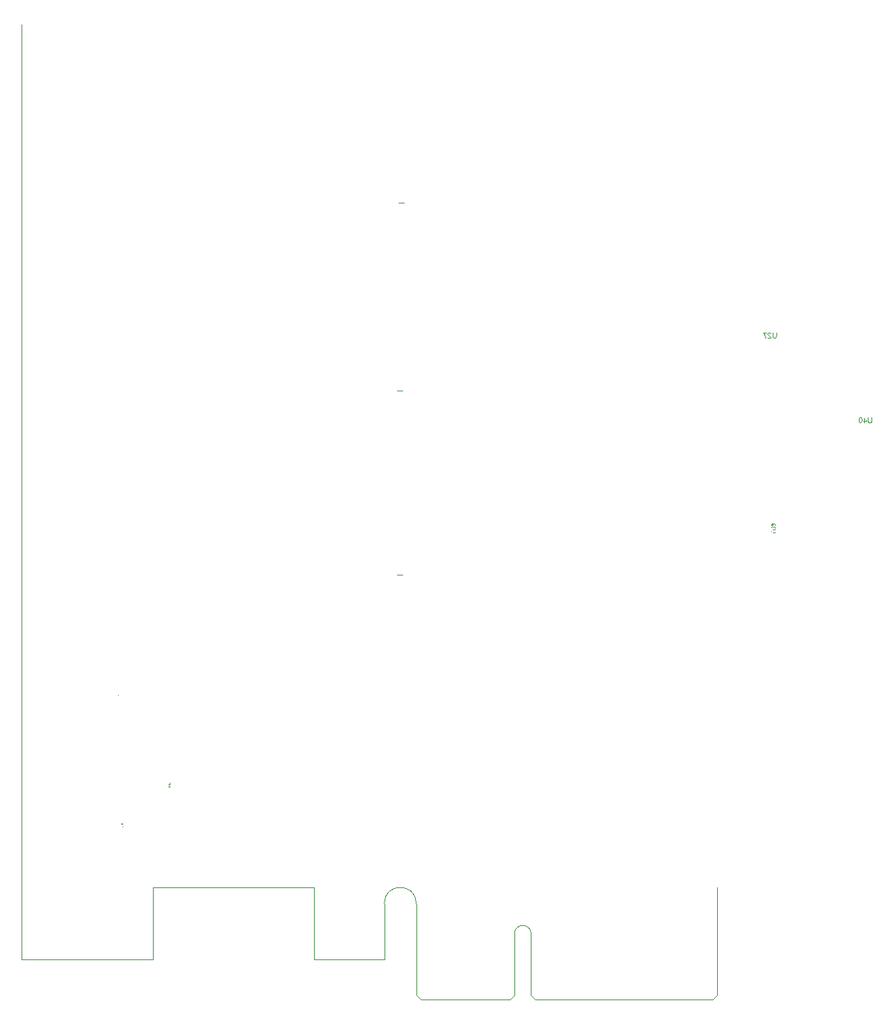
<source format=gbr>
G04*
G04 #@! TF.GenerationSoftware,Altium Limited,Altium Designer,23.7.1 (13)*
G04*
G04 Layer_Color=16711935*
%FSLAX25Y25*%
%MOIN*%
G70*
G04*
G04 #@! TF.SameCoordinates,27D51526-8311-448D-B6E4-34D2AC34C314*
G04*
G04*
G04 #@! TF.FilePolarity,Positive*
G04*
G01*
G75*
%ADD16C,0.00394*%
%ADD352R,0.02539X0.00000*%
G36*
X16773Y-336422D02*
X16784Y-336423D01*
X16797Y-336425D01*
X16811Y-336428D01*
X16827Y-336432D01*
X16860Y-336442D01*
X16879Y-336449D01*
X16897Y-336460D01*
X16916Y-336470D01*
X16933Y-336481D01*
X16950Y-336496D01*
X16968Y-336512D01*
X16969Y-336513D01*
X16972Y-336516D01*
X16976Y-336521D01*
X16981Y-336528D01*
X16988Y-336538D01*
X16995Y-336548D01*
X17003Y-336561D01*
X17011Y-336576D01*
X17020Y-336592D01*
X17027Y-336610D01*
X17034Y-336631D01*
X17042Y-336651D01*
X17046Y-336674D01*
X17051Y-336699D01*
X17053Y-336723D01*
X17055Y-336751D01*
Y-336766D01*
X17053Y-336776D01*
X17052Y-336789D01*
X17051Y-336803D01*
X17048Y-336819D01*
X17043Y-336837D01*
X17033Y-336876D01*
X17026Y-336896D01*
X17018Y-336915D01*
X17008Y-336935D01*
X16997Y-336955D01*
X16984Y-336974D01*
X16968Y-336992D01*
X16966Y-336993D01*
X16963Y-336996D01*
X16959Y-337000D01*
X16952Y-337006D01*
X16943Y-337012D01*
X16933Y-337021D01*
X16921Y-337028D01*
X16907Y-337037D01*
X16892Y-337045D01*
X16875Y-337053D01*
X16839Y-337067D01*
X16817Y-337073D01*
X16795Y-337077D01*
X16772Y-337080D01*
X16749Y-337082D01*
X16747D01*
X16745D01*
X16739D01*
X16733Y-337080D01*
X16724D01*
X16714Y-337079D01*
X16691Y-337076D01*
X16665Y-337070D01*
X16639Y-337061D01*
X16611Y-337048D01*
X16585Y-337032D01*
X16583D01*
X16582Y-337029D01*
X16575Y-337024D01*
X16563Y-337012D01*
X16549Y-336996D01*
X16534Y-336976D01*
X16518Y-336951D01*
X16505Y-336924D01*
X16495Y-336890D01*
Y-336892D01*
X16494Y-336893D01*
X16492Y-336897D01*
X16489Y-336903D01*
X16484Y-336916D01*
X16475Y-336934D01*
X16463Y-336953D01*
X16449Y-336971D01*
X16433Y-336989D01*
X16415Y-337005D01*
X16412Y-337006D01*
X16407Y-337011D01*
X16395Y-337016D01*
X16380Y-337022D01*
X16362Y-337029D01*
X16340Y-337035D01*
X16315Y-337040D01*
X16289Y-337041D01*
X16288D01*
X16285D01*
X16279D01*
X16270Y-337040D01*
X16262Y-337038D01*
X16250Y-337037D01*
X16225Y-337031D01*
X16196Y-337022D01*
X16166Y-337008D01*
X16150Y-336999D01*
X16134Y-336989D01*
X16120Y-336976D01*
X16105Y-336963D01*
X16104Y-336961D01*
X16102Y-336958D01*
X16098Y-336954D01*
X16093Y-336948D01*
X16088Y-336941D01*
X16082Y-336931D01*
X16075Y-336919D01*
X16067Y-336908D01*
X16060Y-336893D01*
X16053Y-336877D01*
X16047Y-336860D01*
X16041Y-336841D01*
X16033Y-336800D01*
X16031Y-336777D01*
X16030Y-336754D01*
Y-336741D01*
X16031Y-336732D01*
X16033Y-336721D01*
X16034Y-336707D01*
X16036Y-336693D01*
X16040Y-336679D01*
X16048Y-336644D01*
X16061Y-336609D01*
X16070Y-336592D01*
X16080Y-336574D01*
X16093Y-336558D01*
X16106Y-336542D01*
X16108Y-336541D01*
X16109Y-336539D01*
X16114Y-336535D01*
X16120Y-336529D01*
X16128Y-336523D01*
X16137Y-336516D01*
X16159Y-336502D01*
X16186Y-336487D01*
X16218Y-336474D01*
X16254Y-336464D01*
X16273Y-336462D01*
X16294Y-336461D01*
X16295D01*
X16296D01*
X16305D01*
X16318Y-336462D01*
X16334Y-336465D01*
X16354Y-336470D01*
X16375Y-336477D01*
X16395Y-336486D01*
X16415Y-336499D01*
X16418Y-336500D01*
X16424Y-336506D01*
X16433Y-336515D01*
X16444Y-336526D01*
X16457Y-336542D01*
X16470Y-336561D01*
X16484Y-336583D01*
X16495Y-336609D01*
Y-336608D01*
X16497Y-336605D01*
X16498Y-336600D01*
X16501Y-336595D01*
X16508Y-336577D01*
X16518Y-336557D01*
X16533Y-336535D01*
X16549Y-336512D01*
X16569Y-336490D01*
X16592Y-336470D01*
X16594D01*
X16595Y-336468D01*
X16604Y-336462D01*
X16618Y-336454D01*
X16637Y-336445D01*
X16660Y-336436D01*
X16688Y-336428D01*
X16718Y-336422D01*
X16752Y-336420D01*
X16753D01*
X16758D01*
X16765D01*
X16773Y-336422D01*
D02*
G37*
G36*
X16652Y-337253D02*
X16666D01*
X16684Y-337254D01*
X16701Y-337256D01*
X16740Y-337260D01*
X16781Y-337266D01*
X16820Y-337275D01*
X16839Y-337280D01*
X16856Y-337286D01*
X16858D01*
X16860Y-337288D01*
X16865Y-337291D01*
X16871Y-337293D01*
X16887Y-337302D01*
X16907Y-337315D01*
X16930Y-337333D01*
X16953Y-337353D01*
X16978Y-337379D01*
X17000Y-337411D01*
Y-337412D01*
X17003Y-337415D01*
X17004Y-337420D01*
X17008Y-337427D01*
X17013Y-337435D01*
X17017Y-337447D01*
X17021Y-337459D01*
X17027Y-337473D01*
X17033Y-337489D01*
X17037Y-337507D01*
X17042Y-337525D01*
X17046Y-337547D01*
X17049Y-337569D01*
X17052Y-337592D01*
X17055Y-337644D01*
Y-337657D01*
X17053Y-337667D01*
Y-337679D01*
X17052Y-337694D01*
X17051Y-337709D01*
X17049Y-337725D01*
X17043Y-337762D01*
X17034Y-337801D01*
X17023Y-337839D01*
X17007Y-337875D01*
Y-337876D01*
X17004Y-337879D01*
X17001Y-337883D01*
X16998Y-337889D01*
X16987Y-337905D01*
X16971Y-337924D01*
X16950Y-337946D01*
X16927Y-337966D01*
X16898Y-337986D01*
X16866Y-338002D01*
X16865D01*
X16862Y-338004D01*
X16856Y-338005D01*
X16849Y-338008D01*
X16840Y-338011D01*
X16829Y-338014D01*
X16815Y-338018D01*
X16800Y-338021D01*
X16782Y-338024D01*
X16763Y-338029D01*
X16743Y-338031D01*
X16721Y-338034D01*
X16697Y-338037D01*
X16671Y-338039D01*
X16643Y-338040D01*
X16614D01*
X16034D01*
Y-337907D01*
X16614D01*
X16615D01*
X16620D01*
X16627D01*
X16636D01*
X16646Y-337905D01*
X16659D01*
X16687Y-337904D01*
X16718Y-337901D01*
X16750Y-337896D01*
X16781Y-337891D01*
X16794Y-337888D01*
X16807Y-337883D01*
X16810Y-337882D01*
X16817Y-337879D01*
X16827Y-337872D01*
X16842Y-337863D01*
X16856Y-337853D01*
X16872Y-337839D01*
X16888Y-337821D01*
X16901Y-337801D01*
X16903Y-337798D01*
X16907Y-337791D01*
X16911Y-337778D01*
X16917Y-337760D01*
X16924Y-337740D01*
X16929Y-337714D01*
X16933Y-337686D01*
X16935Y-337656D01*
Y-337641D01*
X16933Y-337633D01*
Y-337620D01*
X16931Y-337607D01*
X16926Y-337575D01*
X16918Y-337540D01*
X16907Y-337507D01*
X16891Y-337475D01*
X16881Y-337460D01*
X16869Y-337447D01*
X16868Y-337446D01*
X16866Y-337444D01*
X16862Y-337441D01*
X16856Y-337437D01*
X16848Y-337433D01*
X16839Y-337427D01*
X16826Y-337421D01*
X16813Y-337415D01*
X16797Y-337409D01*
X16778Y-337405D01*
X16756Y-337399D01*
X16733Y-337395D01*
X16707Y-337390D01*
X16679Y-337388D01*
X16647Y-337385D01*
X16614D01*
X16034D01*
Y-337251D01*
X16614D01*
X16615D01*
X16621D01*
X16628D01*
X16639D01*
X16652Y-337253D01*
D02*
G37*
G36*
X353370Y-155488D02*
Y-155562D01*
X353366Y-155632D01*
X353362Y-155699D01*
X353355Y-155762D01*
X353348Y-155817D01*
X353340Y-155869D01*
X353329Y-155917D01*
X353322Y-155962D01*
X353314Y-156002D01*
X353303Y-156036D01*
X353296Y-156065D01*
X353289Y-156087D01*
X353281Y-156106D01*
X353277Y-156121D01*
X353274Y-156128D01*
Y-156132D01*
X353233Y-156213D01*
X353181Y-156287D01*
X353129Y-156346D01*
X353074Y-156398D01*
X353026Y-156439D01*
X352985Y-156468D01*
X352970Y-156476D01*
X352959Y-156483D01*
X352952Y-156491D01*
X352948D01*
X352856Y-156531D01*
X352759Y-156561D01*
X352660Y-156583D01*
X352567Y-156598D01*
X352526Y-156602D01*
X352486Y-156605D01*
X352449Y-156609D01*
X352419D01*
X352393Y-156613D01*
X352360D01*
X352227Y-156605D01*
X352167Y-156598D01*
X352112Y-156591D01*
X352056Y-156579D01*
X352008Y-156568D01*
X351964Y-156557D01*
X351923Y-156543D01*
X351886Y-156528D01*
X351857Y-156517D01*
X351827Y-156506D01*
X351805Y-156494D01*
X351786Y-156483D01*
X351775Y-156480D01*
X351768Y-156472D01*
X351764D01*
X351683Y-156417D01*
X351616Y-156354D01*
X351564Y-156295D01*
X351520Y-156235D01*
X351487Y-156184D01*
X351464Y-156143D01*
X351457Y-156128D01*
X351450Y-156117D01*
X351446Y-156110D01*
Y-156106D01*
X351431Y-156061D01*
X351416Y-156013D01*
X351394Y-155913D01*
X351379Y-155810D01*
X351368Y-155710D01*
X351364Y-155666D01*
X351361Y-155621D01*
Y-155584D01*
X351357Y-155551D01*
Y-155525D01*
Y-155507D01*
Y-155492D01*
Y-155488D01*
Y-154008D01*
X351697D01*
Y-155488D01*
Y-155573D01*
X351705Y-155655D01*
X351712Y-155725D01*
X351723Y-155791D01*
X351734Y-155851D01*
X351749Y-155906D01*
X351760Y-155954D01*
X351775Y-155995D01*
X351790Y-156028D01*
X351805Y-156061D01*
X351820Y-156084D01*
X351831Y-156106D01*
X351842Y-156121D01*
X351849Y-156132D01*
X351853Y-156135D01*
X351857Y-156139D01*
X351890Y-156169D01*
X351927Y-156195D01*
X352008Y-156235D01*
X352093Y-156265D01*
X352182Y-156283D01*
X352264Y-156298D01*
X352297Y-156302D01*
X352330D01*
X352352Y-156306D01*
X352389D01*
X352467Y-156302D01*
X352537Y-156291D01*
X352604Y-156280D01*
X352656Y-156261D01*
X352700Y-156246D01*
X352733Y-156235D01*
X352752Y-156224D01*
X352759Y-156221D01*
X352811Y-156187D01*
X352856Y-156147D01*
X352893Y-156106D01*
X352919Y-156069D01*
X352941Y-156032D01*
X352959Y-156006D01*
X352967Y-155988D01*
X352970Y-155980D01*
X352981Y-155947D01*
X352989Y-155913D01*
X353004Y-155836D01*
X353015Y-155754D01*
X353022Y-155673D01*
X353026Y-155603D01*
Y-155569D01*
X353029Y-155543D01*
Y-155521D01*
Y-155503D01*
Y-155492D01*
Y-155488D01*
Y-154008D01*
X353370D01*
Y-155488D01*
D02*
G37*
G36*
X351028Y-155666D02*
Y-155954D01*
X349914D01*
Y-156568D01*
X349600D01*
Y-155954D01*
X349252D01*
Y-155666D01*
X349600D01*
Y-154008D01*
X349855D01*
X351028Y-155666D01*
D02*
G37*
G36*
X348194Y-154004D02*
X348286Y-154019D01*
X348364Y-154045D01*
X348430Y-154071D01*
X348486Y-154101D01*
X348508Y-154112D01*
X348527Y-154126D01*
X348541Y-154134D01*
X348552Y-154141D01*
X348556Y-154149D01*
X348560D01*
X348626Y-154208D01*
X348682Y-154278D01*
X348730Y-154348D01*
X348767Y-154415D01*
X348797Y-154478D01*
X348812Y-154504D01*
X348819Y-154530D01*
X348826Y-154548D01*
X348834Y-154563D01*
X348837Y-154570D01*
Y-154574D01*
X348852Y-154630D01*
X348867Y-154685D01*
X348889Y-154807D01*
X348908Y-154929D01*
X348919Y-155044D01*
X348922Y-155099D01*
X348926Y-155148D01*
Y-155192D01*
X348930Y-155233D01*
Y-155262D01*
Y-155288D01*
Y-155303D01*
Y-155307D01*
X348926Y-155436D01*
X348919Y-155558D01*
X348908Y-155669D01*
X348889Y-155773D01*
X348871Y-155869D01*
X348849Y-155954D01*
X348826Y-156032D01*
X348804Y-156098D01*
X348782Y-156158D01*
X348756Y-156210D01*
X348738Y-156254D01*
X348719Y-156287D01*
X348700Y-156317D01*
X348689Y-156335D01*
X348682Y-156346D01*
X348678Y-156350D01*
X348638Y-156395D01*
X348593Y-156435D01*
X348545Y-156472D01*
X348497Y-156502D01*
X348449Y-156528D01*
X348401Y-156550D01*
X348353Y-156565D01*
X348308Y-156579D01*
X348264Y-156591D01*
X348223Y-156598D01*
X348186Y-156605D01*
X348157Y-156609D01*
X348131Y-156613D01*
X348094D01*
X347994Y-156605D01*
X347901Y-156591D01*
X347824Y-156565D01*
X347757Y-156539D01*
X347702Y-156513D01*
X347683Y-156498D01*
X347664Y-156487D01*
X347650Y-156480D01*
X347639Y-156472D01*
X347635Y-156465D01*
X347631D01*
X347565Y-156402D01*
X347509Y-156335D01*
X347461Y-156261D01*
X347424Y-156195D01*
X347394Y-156132D01*
X347380Y-156106D01*
X347372Y-156080D01*
X347365Y-156061D01*
X347357Y-156047D01*
X347354Y-156039D01*
Y-156036D01*
X347335Y-155980D01*
X347320Y-155925D01*
X347298Y-155806D01*
X347280Y-155684D01*
X347269Y-155566D01*
X347265Y-155514D01*
X347261Y-155466D01*
Y-155421D01*
X347257Y-155381D01*
Y-155351D01*
Y-155325D01*
Y-155310D01*
Y-155307D01*
Y-155236D01*
X347261Y-155170D01*
Y-155111D01*
X347265Y-155051D01*
X347272Y-155000D01*
X347276Y-154948D01*
X347280Y-154903D01*
X347287Y-154863D01*
X347291Y-154826D01*
X347298Y-154792D01*
X347302Y-154766D01*
X347306Y-154744D01*
X347309Y-154726D01*
X347313Y-154715D01*
X347317Y-154707D01*
Y-154704D01*
X347339Y-154622D01*
X347365Y-154548D01*
X347394Y-154485D01*
X347417Y-154430D01*
X347443Y-154382D01*
X347457Y-154348D01*
X347472Y-154330D01*
X347476Y-154323D01*
X347516Y-154267D01*
X347557Y-154219D01*
X347602Y-154178D01*
X347642Y-154141D01*
X347679Y-154115D01*
X347709Y-154097D01*
X347727Y-154086D01*
X347731Y-154082D01*
X347735D01*
X347794Y-154052D01*
X347857Y-154034D01*
X347916Y-154019D01*
X347972Y-154008D01*
X348020Y-154001D01*
X348060Y-153997D01*
X348094D01*
X348194Y-154004D01*
D02*
G37*
G36*
X37801Y-317913D02*
X37818D01*
X37836Y-317914D01*
X37855Y-317915D01*
X37899Y-317919D01*
X37945Y-317926D01*
X37989Y-317935D01*
X38010Y-317940D01*
X38030Y-317947D01*
X38032D01*
X38034Y-317949D01*
X38040Y-317951D01*
X38047Y-317954D01*
X38056Y-317957D01*
X38066Y-317962D01*
X38089Y-317973D01*
X38114Y-317987D01*
X38142Y-318005D01*
X38167Y-318026D01*
X38190Y-318051D01*
Y-318052D01*
X38193Y-318053D01*
X38196Y-318057D01*
X38199Y-318063D01*
X38203Y-318070D01*
X38208Y-318077D01*
X38218Y-318098D01*
X38227Y-318122D01*
X38237Y-318151D01*
X38243Y-318186D01*
X38245Y-318223D01*
Y-318237D01*
X38244Y-318247D01*
X38243Y-318258D01*
X38240Y-318271D01*
X38237Y-318287D01*
X38233Y-318303D01*
X38227Y-318320D01*
X38222Y-318338D01*
X38214Y-318356D01*
X38204Y-318373D01*
X38193Y-318391D01*
X38179Y-318409D01*
X38164Y-318426D01*
X38148Y-318441D01*
X38146Y-318443D01*
X38142Y-318445D01*
X38135Y-318449D01*
X38124Y-318456D01*
X38112Y-318463D01*
X38095Y-318470D01*
X38076Y-318480D01*
X38054Y-318488D01*
X38029Y-318496D01*
X38000Y-318505D01*
X37968Y-318513D01*
X37932Y-318520D01*
X37894Y-318527D01*
X37852Y-318531D01*
X37807Y-318534D01*
X37758Y-318535D01*
X37757D01*
X37751D01*
X37742D01*
X37731D01*
X37716Y-318534D01*
X37699D01*
X37681Y-318532D01*
X37660Y-318531D01*
X37618Y-318527D01*
X37572Y-318520D01*
X37527Y-318512D01*
X37506Y-318506D01*
X37485Y-318500D01*
X37484D01*
X37481Y-318499D01*
X37475Y-318496D01*
X37468Y-318494D01*
X37459Y-318491D01*
X37449Y-318485D01*
X37426Y-318474D01*
X37401Y-318460D01*
X37375Y-318443D01*
X37348Y-318422D01*
X37326Y-318397D01*
Y-318396D01*
X37324Y-318394D01*
X37321Y-318390D01*
X37318Y-318385D01*
X37313Y-318378D01*
X37308Y-318369D01*
X37297Y-318349D01*
X37288Y-318324D01*
X37278Y-318295D01*
X37273Y-318260D01*
X37270Y-318223D01*
Y-318211D01*
X37271Y-318196D01*
X37274Y-318178D01*
X37278Y-318157D01*
X37284Y-318135D01*
X37290Y-318111D01*
X37301Y-318089D01*
Y-318088D01*
X37303Y-318087D01*
X37307Y-318080D01*
X37314Y-318069D01*
X37324Y-318055D01*
X37337Y-318040D01*
X37353Y-318023D01*
X37370Y-318008D01*
X37391Y-317993D01*
X37394Y-317991D01*
X37401Y-317986D01*
X37413Y-317980D01*
X37431Y-317971D01*
X37452Y-317962D01*
X37475Y-317951D01*
X37503Y-317942D01*
X37533Y-317933D01*
X37535D01*
X37538Y-317932D01*
X37542Y-317931D01*
X37549Y-317929D01*
X37557Y-317928D01*
X37567Y-317926D01*
X37579Y-317924D01*
X37593Y-317922D01*
X37608Y-317919D01*
X37624Y-317918D01*
X37644Y-317917D01*
X37663Y-317914D01*
X37685Y-317913D01*
X37707D01*
X37732Y-317911D01*
X37758D01*
X37760D01*
X37765D01*
X37775D01*
X37786D01*
X37801Y-317913D01*
D02*
G37*
G36*
X38229Y-318953D02*
X37482D01*
X37484Y-318954D01*
X37489Y-318961D01*
X37497Y-318970D01*
X37507Y-318984D01*
X37520Y-318999D01*
X37533Y-319018D01*
X37549Y-319040D01*
X37564Y-319065D01*
Y-319066D01*
X37565Y-319068D01*
X37571Y-319076D01*
X37578Y-319090D01*
X37586Y-319106D01*
X37595Y-319126D01*
X37605Y-319146D01*
X37615Y-319167D01*
X37623Y-319188D01*
X37510D01*
Y-319186D01*
X37507Y-319184D01*
X37506Y-319178D01*
X37502Y-319171D01*
X37497Y-319163D01*
X37492Y-319153D01*
X37478Y-319130D01*
X37463Y-319102D01*
X37444Y-319075D01*
X37422Y-319046D01*
X37398Y-319017D01*
X37397Y-319015D01*
X37395Y-319014D01*
X37391Y-319010D01*
X37387Y-319004D01*
X37373Y-318992D01*
X37357Y-318975D01*
X37337Y-318959D01*
X37315Y-318941D01*
X37293Y-318926D01*
X37270Y-318912D01*
Y-318836D01*
X38229D01*
Y-318953D01*
D02*
G37*
G36*
X37862Y-319442D02*
X37876D01*
X37892Y-319443D01*
X37909Y-319444D01*
X37946Y-319449D01*
X37985Y-319454D01*
X38022Y-319462D01*
X38040Y-319468D01*
X38056Y-319473D01*
X38058D01*
X38061Y-319475D01*
X38065Y-319478D01*
X38070Y-319480D01*
X38085Y-319489D01*
X38105Y-319501D01*
X38127Y-319518D01*
X38149Y-319537D01*
X38172Y-319562D01*
X38193Y-319592D01*
Y-319594D01*
X38196Y-319596D01*
X38197Y-319600D01*
X38201Y-319607D01*
X38206Y-319616D01*
X38210Y-319627D01*
X38214Y-319638D01*
X38219Y-319651D01*
X38225Y-319667D01*
X38229Y-319683D01*
X38233Y-319701D01*
X38237Y-319722D01*
X38240Y-319742D01*
X38243Y-319765D01*
X38245Y-319814D01*
Y-319827D01*
X38244Y-319836D01*
Y-319847D01*
X38243Y-319861D01*
X38241Y-319876D01*
X38240Y-319892D01*
X38234Y-319926D01*
X38226Y-319963D01*
X38215Y-319999D01*
X38200Y-320034D01*
Y-320035D01*
X38197Y-320038D01*
X38194Y-320042D01*
X38192Y-320047D01*
X38181Y-320063D01*
X38165Y-320081D01*
X38146Y-320101D01*
X38124Y-320121D01*
X38096Y-320140D01*
X38066Y-320155D01*
X38065D01*
X38062Y-320157D01*
X38056Y-320158D01*
X38050Y-320161D01*
X38041Y-320163D01*
X38030Y-320166D01*
X38018Y-320170D01*
X38003Y-320173D01*
X37986Y-320176D01*
X37968Y-320180D01*
X37949Y-320183D01*
X37928Y-320185D01*
X37905Y-320188D01*
X37880Y-320190D01*
X37854Y-320191D01*
X37826D01*
X37274D01*
Y-320064D01*
X37826D01*
X37827D01*
X37832D01*
X37838D01*
X37847D01*
X37856Y-320063D01*
X37869D01*
X37895Y-320061D01*
X37925Y-320058D01*
X37956Y-320054D01*
X37985Y-320049D01*
X37997Y-320046D01*
X38010Y-320042D01*
X38012Y-320041D01*
X38019Y-320038D01*
X38029Y-320031D01*
X38043Y-320023D01*
X38056Y-320013D01*
X38072Y-319999D01*
X38087Y-319983D01*
X38099Y-319963D01*
X38101Y-319961D01*
X38105Y-319954D01*
X38109Y-319941D01*
X38114Y-319925D01*
X38121Y-319905D01*
X38125Y-319881D01*
X38130Y-319854D01*
X38131Y-319825D01*
Y-319812D01*
X38130Y-319803D01*
Y-319791D01*
X38128Y-319778D01*
X38123Y-319748D01*
X38116Y-319715D01*
X38105Y-319683D01*
X38089Y-319653D01*
X38080Y-319639D01*
X38069Y-319627D01*
X38067Y-319625D01*
X38066Y-319624D01*
X38062Y-319621D01*
X38056Y-319617D01*
X38048Y-319613D01*
X38040Y-319607D01*
X38027Y-319602D01*
X38015Y-319596D01*
X38000Y-319591D01*
X37982Y-319587D01*
X37961Y-319581D01*
X37939Y-319577D01*
X37914Y-319573D01*
X37888Y-319570D01*
X37858Y-319567D01*
X37826D01*
X37274D01*
Y-319440D01*
X37826D01*
X37827D01*
X37833D01*
X37840D01*
X37849D01*
X37862Y-319442D01*
D02*
G37*
G36*
X309235Y-201664D02*
X309286Y-201669D01*
X309334Y-201674D01*
X309378Y-201679D01*
X309419Y-201684D01*
X309457Y-201692D01*
X309490Y-201700D01*
X309518Y-201707D01*
X309543Y-201712D01*
X309566Y-201720D01*
X309584Y-201725D01*
X309597Y-201730D01*
X309607Y-201735D01*
X309612Y-201738D01*
X309615D01*
X309676Y-201768D01*
X309730Y-201802D01*
X309775Y-201840D01*
X309814Y-201873D01*
X309842Y-201906D01*
X309862Y-201932D01*
X309870Y-201942D01*
X309875Y-201950D01*
X309880Y-201952D01*
Y-201955D01*
X309911Y-202008D01*
X309934Y-202062D01*
X309951Y-202115D01*
X309962Y-202164D01*
X309969Y-202207D01*
X309972Y-202225D01*
Y-202238D01*
X309974Y-202251D01*
Y-202268D01*
X309972Y-202312D01*
X309967Y-202352D01*
X309959Y-202393D01*
X309949Y-202429D01*
X309921Y-202498D01*
X309908Y-202528D01*
X309893Y-202554D01*
X309875Y-202579D01*
X309862Y-202600D01*
X309847Y-202620D01*
X309834Y-202636D01*
X309824Y-202648D01*
X309816Y-202656D01*
X309811Y-202661D01*
X309809Y-202664D01*
X309778Y-202692D01*
X309742Y-202715D01*
X309709Y-202737D01*
X309674Y-202755D01*
X309635Y-202771D01*
X309599Y-202783D01*
X309533Y-202801D01*
X309500Y-202809D01*
X309472Y-202814D01*
X309444Y-202817D01*
X309421Y-202819D01*
X309403Y-202822D01*
X309390D01*
X309380D01*
X309378D01*
X309329Y-202819D01*
X309286Y-202814D01*
X309243Y-202809D01*
X309202Y-202799D01*
X309166Y-202786D01*
X309130Y-202773D01*
X309100Y-202761D01*
X309072Y-202745D01*
X309046Y-202732D01*
X309023Y-202720D01*
X309005Y-202707D01*
X308987Y-202694D01*
X308975Y-202684D01*
X308967Y-202679D01*
X308962Y-202674D01*
X308960Y-202671D01*
X308931Y-202643D01*
X308909Y-202613D01*
X308886Y-202582D01*
X308868Y-202549D01*
X308852Y-202518D01*
X308840Y-202488D01*
X308822Y-202429D01*
X308814Y-202403D01*
X308809Y-202378D01*
X308806Y-202358D01*
X308804Y-202337D01*
X308801Y-202322D01*
Y-202302D01*
X308804Y-202253D01*
X308812Y-202207D01*
X308822Y-202166D01*
X308835Y-202128D01*
X308845Y-202100D01*
X308855Y-202077D01*
X308863Y-202062D01*
X308865Y-202057D01*
X308891Y-202016D01*
X308919Y-201980D01*
X308947Y-201950D01*
X308972Y-201924D01*
X308998Y-201906D01*
X309016Y-201891D01*
X309028Y-201881D01*
X309033Y-201878D01*
X309013D01*
X309000D01*
X308993D01*
X308990D01*
X308939Y-201881D01*
X308891Y-201883D01*
X308847Y-201888D01*
X308806Y-201893D01*
X308773Y-201901D01*
X308748Y-201906D01*
X308738Y-201909D01*
X308730D01*
X308727Y-201911D01*
X308725D01*
X308679Y-201924D01*
X308638Y-201937D01*
X308602Y-201950D01*
X308572Y-201962D01*
X308549Y-201973D01*
X308531Y-201983D01*
X308518Y-201988D01*
X308516Y-201990D01*
X308488Y-202011D01*
X308465Y-202031D01*
X308444Y-202052D01*
X308426Y-202072D01*
X308411Y-202087D01*
X308401Y-202103D01*
X308396Y-202113D01*
X308393Y-202115D01*
X308378Y-202143D01*
X308368Y-202174D01*
X308360Y-202202D01*
X308355Y-202230D01*
X308353Y-202253D01*
X308350Y-202271D01*
Y-202289D01*
X308353Y-202329D01*
X308360Y-202368D01*
X308370Y-202401D01*
X308383Y-202429D01*
X308393Y-202449D01*
X308404Y-202467D01*
X308411Y-202477D01*
X308414Y-202480D01*
X308442Y-202505D01*
X308475Y-202526D01*
X308511Y-202544D01*
X308546Y-202556D01*
X308577Y-202567D01*
X308605Y-202574D01*
X308615Y-202577D01*
X308620D01*
X308625Y-202579D01*
X308628D01*
X308610Y-202788D01*
X308536Y-202773D01*
X308472Y-202753D01*
X308416Y-202727D01*
X308370Y-202702D01*
X308335Y-202676D01*
X308319Y-202664D01*
X308307Y-202653D01*
X308299Y-202646D01*
X308291Y-202638D01*
X308289Y-202636D01*
X308286Y-202633D01*
X308266Y-202607D01*
X308248Y-202579D01*
X308220Y-202523D01*
X308200Y-202467D01*
X308187Y-202414D01*
X308177Y-202365D01*
X308174Y-202345D01*
Y-202327D01*
X308172Y-202314D01*
Y-202294D01*
X308177Y-202222D01*
X308187Y-202159D01*
X308205Y-202100D01*
X308225Y-202052D01*
X308233Y-202031D01*
X308243Y-202011D01*
X308253Y-201995D01*
X308261Y-201980D01*
X308266Y-201970D01*
X308271Y-201962D01*
X308276Y-201957D01*
Y-201955D01*
X308319Y-201904D01*
X308368Y-201858D01*
X308419Y-201822D01*
X308467Y-201792D01*
X308511Y-201766D01*
X308531Y-201756D01*
X308546Y-201748D01*
X308562Y-201743D01*
X308572Y-201738D01*
X308577Y-201735D01*
X308579D01*
X308618Y-201723D01*
X308661Y-201710D01*
X308748Y-201692D01*
X308840Y-201679D01*
X308926Y-201672D01*
X308965Y-201666D01*
X309003Y-201664D01*
X309036D01*
X309064Y-201661D01*
X309087D01*
X309105D01*
X309118D01*
X309120D01*
X309179D01*
X309235Y-201664D01*
D02*
G37*
G36*
X308784Y-203038D02*
X308840Y-203049D01*
X308888Y-203064D01*
X308929Y-203079D01*
X308962Y-203095D01*
X308987Y-203110D01*
X309003Y-203120D01*
X309008Y-203123D01*
X309046Y-203158D01*
X309079Y-203197D01*
X309105Y-203237D01*
X309125Y-203278D01*
X309140Y-203314D01*
X309151Y-203342D01*
X309153Y-203352D01*
X309156Y-203360D01*
X309158Y-203365D01*
Y-203367D01*
X309181Y-203324D01*
X309204Y-203288D01*
X309230Y-203258D01*
X309253Y-203232D01*
X309273Y-203212D01*
X309291Y-203197D01*
X309301Y-203189D01*
X309306Y-203186D01*
X309342Y-203166D01*
X309378Y-203151D01*
X309413Y-203138D01*
X309447Y-203130D01*
X309475Y-203125D01*
X309495Y-203123D01*
X309510D01*
X309515D01*
X309559Y-203125D01*
X309602Y-203133D01*
X309640Y-203143D01*
X309674Y-203156D01*
X309701Y-203169D01*
X309724Y-203179D01*
X309737Y-203186D01*
X309742Y-203189D01*
X309781Y-203214D01*
X309814Y-203245D01*
X309842Y-203276D01*
X309867Y-203306D01*
X309885Y-203332D01*
X309900Y-203355D01*
X309908Y-203370D01*
X309911Y-203373D01*
Y-203375D01*
X309931Y-203421D01*
X309946Y-203467D01*
X309959Y-203513D01*
X309967Y-203554D01*
X309972Y-203587D01*
X309974Y-203615D01*
Y-203678D01*
X309969Y-203714D01*
X309957Y-203783D01*
X309936Y-203842D01*
X309916Y-203893D01*
X309903Y-203916D01*
X309893Y-203934D01*
X309883Y-203951D01*
X309872Y-203964D01*
X309865Y-203974D01*
X309860Y-203982D01*
X309857Y-203987D01*
X309855Y-203990D01*
X309806Y-204038D01*
X309752Y-204076D01*
X309696Y-204107D01*
X309640Y-204132D01*
X309592Y-204148D01*
X309572Y-204155D01*
X309554Y-204160D01*
X309538Y-204163D01*
X309528Y-204166D01*
X309521Y-204168D01*
X309518D01*
X309480Y-203951D01*
X309536Y-203941D01*
X309584Y-203926D01*
X309625Y-203908D01*
X309658Y-203890D01*
X309684Y-203872D01*
X309701Y-203857D01*
X309714Y-203847D01*
X309717Y-203844D01*
X309742Y-203811D01*
X309763Y-203775D01*
X309775Y-203742D01*
X309786Y-203709D01*
X309791Y-203678D01*
X309796Y-203656D01*
Y-203635D01*
X309793Y-203589D01*
X309783Y-203548D01*
X309770Y-203513D01*
X309758Y-203482D01*
X309742Y-203459D01*
X309730Y-203441D01*
X309719Y-203429D01*
X309717Y-203426D01*
X309686Y-203398D01*
X309653Y-203378D01*
X309620Y-203365D01*
X309589Y-203355D01*
X309561Y-203349D01*
X309541Y-203344D01*
X309526D01*
X309523D01*
X309521D01*
X309492D01*
X309467Y-203349D01*
X309424Y-203362D01*
X309385Y-203380D01*
X309352Y-203400D01*
X309329Y-203421D01*
X309311Y-203439D01*
X309301Y-203451D01*
X309299Y-203454D01*
Y-203457D01*
X309276Y-203500D01*
X309258Y-203541D01*
X309245Y-203584D01*
X309237Y-203622D01*
X309232Y-203656D01*
X309227Y-203684D01*
Y-203717D01*
X309230Y-203727D01*
Y-203740D01*
X309038Y-203765D01*
X309046Y-203732D01*
X309051Y-203701D01*
X309056Y-203676D01*
X309059Y-203653D01*
X309062Y-203635D01*
Y-203612D01*
X309056Y-203559D01*
X309046Y-203510D01*
X309031Y-203467D01*
X309013Y-203431D01*
X308995Y-203403D01*
X308980Y-203383D01*
X308970Y-203370D01*
X308965Y-203365D01*
X308926Y-203332D01*
X308886Y-203306D01*
X308845Y-203288D01*
X308804Y-203278D01*
X308771Y-203271D01*
X308743Y-203268D01*
X308733Y-203265D01*
X308725D01*
X308720D01*
X308717D01*
X308661Y-203271D01*
X308610Y-203283D01*
X308567Y-203298D01*
X308528Y-203319D01*
X308498Y-203339D01*
X308475Y-203355D01*
X308460Y-203367D01*
X308455Y-203373D01*
X308419Y-203413D01*
X308393Y-203457D01*
X308376Y-203500D01*
X308363Y-203541D01*
X308355Y-203576D01*
X308353Y-203605D01*
X308350Y-203615D01*
Y-203630D01*
X308353Y-203676D01*
X308363Y-203719D01*
X308376Y-203758D01*
X308391Y-203788D01*
X308404Y-203814D01*
X308416Y-203834D01*
X308426Y-203844D01*
X308429Y-203849D01*
X308465Y-203880D01*
X308506Y-203905D01*
X308549Y-203928D01*
X308595Y-203946D01*
X308633Y-203959D01*
X308651Y-203964D01*
X308666Y-203967D01*
X308679Y-203969D01*
X308689Y-203972D01*
X308694Y-203974D01*
X308697D01*
X308669Y-204191D01*
X308628Y-204186D01*
X308590Y-204178D01*
X308518Y-204155D01*
X308457Y-204127D01*
X308432Y-204112D01*
X308406Y-204097D01*
X308383Y-204081D01*
X308365Y-204066D01*
X308348Y-204053D01*
X308335Y-204041D01*
X308325Y-204033D01*
X308317Y-204025D01*
X308312Y-204020D01*
X308309Y-204018D01*
X308286Y-203987D01*
X308263Y-203956D01*
X308245Y-203926D01*
X308230Y-203893D01*
X308205Y-203829D01*
X308189Y-203768D01*
X308184Y-203740D01*
X308179Y-203714D01*
X308177Y-203691D01*
X308174Y-203671D01*
X308172Y-203656D01*
Y-203633D01*
X308174Y-203584D01*
X308179Y-203541D01*
X308187Y-203497D01*
X308197Y-203457D01*
X308210Y-203418D01*
X308223Y-203385D01*
X308238Y-203352D01*
X308253Y-203324D01*
X308266Y-203296D01*
X308281Y-203273D01*
X308294Y-203253D01*
X308307Y-203237D01*
X308317Y-203225D01*
X308325Y-203214D01*
X308330Y-203209D01*
X308332Y-203207D01*
X308363Y-203176D01*
X308396Y-203151D01*
X308429Y-203128D01*
X308462Y-203107D01*
X308493Y-203092D01*
X308526Y-203077D01*
X308587Y-203056D01*
X308615Y-203051D01*
X308641Y-203046D01*
X308664Y-203041D01*
X308684Y-203038D01*
X308699Y-203036D01*
X308712D01*
X308720D01*
X308722D01*
X308784Y-203038D01*
D02*
G37*
G36*
X309967Y-204729D02*
X308947D01*
X308888D01*
X308832Y-204734D01*
X308784Y-204739D01*
X308738Y-204747D01*
X308697Y-204755D01*
X308659Y-204765D01*
X308625Y-204772D01*
X308597Y-204783D01*
X308574Y-204793D01*
X308552Y-204803D01*
X308536Y-204813D01*
X308521Y-204821D01*
X308511Y-204829D01*
X308503Y-204834D01*
X308501Y-204836D01*
X308498Y-204839D01*
X308477Y-204862D01*
X308460Y-204887D01*
X308432Y-204943D01*
X308411Y-205002D01*
X308399Y-205063D01*
X308388Y-205119D01*
X308386Y-205142D01*
Y-205165D01*
X308383Y-205180D01*
Y-205206D01*
X308386Y-205259D01*
X308393Y-205308D01*
X308401Y-205354D01*
X308414Y-205389D01*
X308424Y-205420D01*
X308432Y-205443D01*
X308439Y-205456D01*
X308442Y-205461D01*
X308465Y-205497D01*
X308493Y-205527D01*
X308521Y-205553D01*
X308546Y-205571D01*
X308572Y-205586D01*
X308590Y-205599D01*
X308602Y-205604D01*
X308608Y-205606D01*
X308630Y-205614D01*
X308653Y-205619D01*
X308707Y-205629D01*
X308763Y-205637D01*
X308819Y-205642D01*
X308868Y-205644D01*
X308891D01*
X308909Y-205647D01*
X308924D01*
X308937D01*
X308944D01*
X308947D01*
X309967D01*
Y-205882D01*
X308947D01*
X308896D01*
X308847Y-205879D01*
X308801Y-205877D01*
X308758Y-205872D01*
X308720Y-205866D01*
X308684Y-205861D01*
X308651Y-205854D01*
X308620Y-205849D01*
X308592Y-205843D01*
X308569Y-205836D01*
X308549Y-205831D01*
X308534Y-205826D01*
X308521Y-205820D01*
X308511Y-205818D01*
X308506Y-205815D01*
X308503D01*
X308447Y-205787D01*
X308396Y-205752D01*
X308355Y-205716D01*
X308319Y-205678D01*
X308291Y-205644D01*
X308271Y-205616D01*
X308266Y-205606D01*
X308261Y-205599D01*
X308256Y-205593D01*
Y-205591D01*
X308228Y-205527D01*
X308207Y-205461D01*
X308192Y-205392D01*
X308182Y-205328D01*
X308179Y-205300D01*
X308177Y-205272D01*
X308174Y-205247D01*
Y-205226D01*
X308172Y-205208D01*
Y-205186D01*
X308177Y-205094D01*
X308182Y-205053D01*
X308187Y-205015D01*
X308194Y-204976D01*
X308202Y-204943D01*
X308210Y-204913D01*
X308220Y-204885D01*
X308230Y-204859D01*
X308238Y-204839D01*
X308245Y-204818D01*
X308253Y-204803D01*
X308261Y-204790D01*
X308263Y-204783D01*
X308268Y-204778D01*
Y-204775D01*
X308307Y-204719D01*
X308350Y-204673D01*
X308391Y-204637D01*
X308432Y-204607D01*
X308467Y-204584D01*
X308495Y-204568D01*
X308506Y-204563D01*
X308513Y-204558D01*
X308518Y-204556D01*
X308521D01*
X308552Y-204545D01*
X308585Y-204535D01*
X308653Y-204520D01*
X308725Y-204510D01*
X308794Y-204502D01*
X308824Y-204500D01*
X308855Y-204497D01*
X308880D01*
X308903Y-204495D01*
X308921D01*
X308934D01*
X308944D01*
X308947D01*
X309967D01*
Y-204729D01*
D02*
G37*
G36*
X15876Y-278480D02*
X15295D01*
X15294D01*
X15290D01*
X15282D01*
X15274D01*
X15264Y-278481D01*
X15250D01*
X15223Y-278483D01*
X15191Y-278486D01*
X15159Y-278490D01*
X15129Y-278496D01*
X15116Y-278499D01*
X15103Y-278503D01*
X15100Y-278504D01*
X15092Y-278507D01*
X15082Y-278515D01*
X15068Y-278523D01*
X15053Y-278534D01*
X15037Y-278548D01*
X15021Y-278565D01*
X15008Y-278586D01*
X15007Y-278589D01*
X15003Y-278596D01*
X14998Y-278609D01*
X14992Y-278626D01*
X14985Y-278647D01*
X14981Y-278673D01*
X14976Y-278700D01*
X14975Y-278731D01*
Y-278745D01*
X14976Y-278754D01*
Y-278767D01*
X14978Y-278780D01*
X14984Y-278812D01*
X14991Y-278847D01*
X15003Y-278880D01*
X15019Y-278912D01*
X15029Y-278926D01*
X15040Y-278940D01*
X15042Y-278941D01*
X15043Y-278942D01*
X15047Y-278945D01*
X15053Y-278950D01*
X15062Y-278954D01*
X15071Y-278960D01*
X15084Y-278966D01*
X15097Y-278971D01*
X15113Y-278977D01*
X15132Y-278982D01*
X15153Y-278987D01*
X15177Y-278992D01*
X15203Y-278996D01*
X15230Y-278999D01*
X15262Y-279002D01*
X15295D01*
X15876D01*
Y-279135D01*
X15295D01*
X15294D01*
X15288D01*
X15281D01*
X15271D01*
X15258Y-279134D01*
X15243D01*
X15226Y-279132D01*
X15209Y-279131D01*
X15169Y-279127D01*
X15129Y-279121D01*
X15090Y-279112D01*
X15071Y-279106D01*
X15053Y-279100D01*
X15052D01*
X15049Y-279099D01*
X15045Y-279096D01*
X15039Y-279093D01*
X15023Y-279084D01*
X15003Y-279071D01*
X14979Y-279054D01*
X14956Y-279034D01*
X14931Y-279008D01*
X14910Y-278976D01*
Y-278974D01*
X14907Y-278971D01*
X14905Y-278967D01*
X14901Y-278960D01*
X14897Y-278951D01*
X14892Y-278940D01*
X14888Y-278928D01*
X14882Y-278913D01*
X14876Y-278897D01*
X14872Y-278880D01*
X14868Y-278861D01*
X14863Y-278839D01*
X14861Y-278818D01*
X14858Y-278795D01*
X14855Y-278742D01*
Y-278729D01*
X14856Y-278719D01*
Y-278708D01*
X14858Y-278693D01*
X14859Y-278677D01*
X14861Y-278661D01*
X14866Y-278625D01*
X14875Y-278586D01*
X14887Y-278548D01*
X14902Y-278512D01*
Y-278510D01*
X14905Y-278507D01*
X14908Y-278503D01*
X14911Y-278497D01*
X14923Y-278481D01*
X14939Y-278462D01*
X14959Y-278441D01*
X14982Y-278420D01*
X15011Y-278400D01*
X15043Y-278384D01*
X15045D01*
X15047Y-278383D01*
X15053Y-278381D01*
X15061Y-278378D01*
X15069Y-278376D01*
X15081Y-278373D01*
X15094Y-278368D01*
X15110Y-278365D01*
X15127Y-278362D01*
X15146Y-278358D01*
X15166Y-278355D01*
X15188Y-278352D01*
X15213Y-278349D01*
X15239Y-278348D01*
X15267Y-278346D01*
X15295D01*
X15876D01*
Y-278480D01*
D02*
G37*
G36*
X15628Y-279402D02*
X15630Y-279405D01*
X15632Y-279411D01*
X15636Y-279418D01*
X15641Y-279427D01*
X15646Y-279437D01*
X15661Y-279462D01*
X15677Y-279490D01*
X15697Y-279520D01*
X15720Y-279550D01*
X15745Y-279580D01*
X15746Y-279582D01*
X15748Y-279583D01*
X15752Y-279588D01*
X15757Y-279593D01*
X15771Y-279607D01*
X15789Y-279624D01*
X15809Y-279641D01*
X15832Y-279660D01*
X15855Y-279676D01*
X15880Y-279691D01*
Y-279770D01*
X14872D01*
Y-279647D01*
X15656D01*
X15655Y-279646D01*
X15649Y-279638D01*
X15641Y-279630D01*
X15630Y-279615D01*
X15617Y-279599D01*
X15603Y-279579D01*
X15587Y-279556D01*
X15571Y-279530D01*
Y-279528D01*
X15570Y-279527D01*
X15564Y-279518D01*
X15556Y-279503D01*
X15548Y-279486D01*
X15538Y-279466D01*
X15528Y-279444D01*
X15517Y-279422D01*
X15509Y-279401D01*
X15628D01*
Y-279402D01*
D02*
G37*
G36*
X14900Y-280070D02*
X14913Y-280072D01*
X14927Y-280075D01*
X14942Y-280078D01*
X14958Y-280084D01*
X14959D01*
X14961Y-280085D01*
X14969Y-280088D01*
X14982Y-280094D01*
X15000Y-280102D01*
X15020Y-280114D01*
X15043Y-280129D01*
X15066Y-280145D01*
X15091Y-280165D01*
X15092D01*
X15094Y-280168D01*
X15103Y-280175D01*
X15116Y-280188D01*
X15134Y-280207D01*
X15156Y-280228D01*
X15182Y-280256D01*
X15211Y-280289D01*
X15242Y-280326D01*
X15243Y-280327D01*
X15248Y-280333D01*
X15255Y-280342D01*
X15264Y-280352D01*
X15275Y-280365D01*
X15288Y-280381D01*
X15303Y-280397D01*
X15319Y-280416D01*
X15353Y-280452D01*
X15388Y-280488D01*
X15406Y-280505D01*
X15423Y-280521D01*
X15439Y-280536D01*
X15455Y-280548D01*
X15456D01*
X15458Y-280551D01*
X15462Y-280553D01*
X15468Y-280556D01*
X15484Y-280566D01*
X15503Y-280578D01*
X15526Y-280588D01*
X15551Y-280598D01*
X15578Y-280604D01*
X15604Y-280607D01*
X15606D01*
X15607D01*
X15616Y-280606D01*
X15630Y-280604D01*
X15646Y-280600D01*
X15667Y-280594D01*
X15687Y-280584D01*
X15707Y-280571D01*
X15728Y-280553D01*
X15731Y-280551D01*
X15736Y-280543D01*
X15743Y-280533D01*
X15754Y-280517D01*
X15762Y-280497D01*
X15771Y-280474D01*
X15777Y-280446D01*
X15778Y-280416D01*
Y-280407D01*
X15777Y-280401D01*
X15775Y-280384D01*
X15771Y-280363D01*
X15765Y-280342D01*
X15755Y-280317D01*
X15742Y-280294D01*
X15725Y-280272D01*
X15722Y-280269D01*
X15714Y-280263D01*
X15703Y-280255D01*
X15686Y-280246D01*
X15665Y-280236D01*
X15639Y-280227D01*
X15610Y-280221D01*
X15577Y-280218D01*
X15590Y-280092D01*
X15591D01*
X15596Y-280094D01*
X15603D01*
X15613Y-280095D01*
X15625Y-280098D01*
X15638Y-280101D01*
X15654Y-280105D01*
X15670Y-280110D01*
X15704Y-280121D01*
X15739Y-280139D01*
X15757Y-280149D01*
X15774Y-280162D01*
X15790Y-280175D01*
X15804Y-280189D01*
X15806Y-280191D01*
X15807Y-280194D01*
X15812Y-280198D01*
X15816Y-280205D01*
X15822Y-280214D01*
X15828Y-280224D01*
X15835Y-280236D01*
X15842Y-280250D01*
X15849Y-280266D01*
X15857Y-280284D01*
X15862Y-280303D01*
X15868Y-280323D01*
X15873Y-280345D01*
X15877Y-280368D01*
X15878Y-280392D01*
X15880Y-280418D01*
Y-280433D01*
X15878Y-280443D01*
X15877Y-280455D01*
X15876Y-280469D01*
X15873Y-280485D01*
X15870Y-280501D01*
X15859Y-280539D01*
X15845Y-280576D01*
X15836Y-280595D01*
X15826Y-280614D01*
X15813Y-280632D01*
X15799Y-280648D01*
X15797Y-280649D01*
X15796Y-280652D01*
X15790Y-280655D01*
X15784Y-280661D01*
X15777Y-280668D01*
X15767Y-280675D01*
X15757Y-280682D01*
X15743Y-280691D01*
X15716Y-280706D01*
X15681Y-280720D01*
X15664Y-280726D01*
X15643Y-280729D01*
X15623Y-280732D01*
X15601Y-280733D01*
X15598D01*
X15591D01*
X15580Y-280732D01*
X15564Y-280730D01*
X15546Y-280727D01*
X15526Y-280721D01*
X15504Y-280716D01*
X15483Y-280707D01*
X15480Y-280706D01*
X15472Y-280703D01*
X15461Y-280697D01*
X15445Y-280688D01*
X15427Y-280677D01*
X15406Y-280662D01*
X15384Y-280645D01*
X15359Y-280624D01*
X15356Y-280622D01*
X15348Y-280614D01*
X15340Y-280607D01*
X15333Y-280600D01*
X15325Y-280591D01*
X15313Y-280579D01*
X15301Y-280568D01*
X15288Y-280553D01*
X15274Y-280539D01*
X15258Y-280521D01*
X15242Y-280503D01*
X15223Y-280482D01*
X15204Y-280459D01*
X15184Y-280436D01*
X15182Y-280434D01*
X15179Y-280432D01*
X15175Y-280426D01*
X15169Y-280418D01*
X15161Y-280410D01*
X15152Y-280400D01*
X15133Y-280377D01*
X15111Y-280352D01*
X15090Y-280329D01*
X15071Y-280308D01*
X15064Y-280300D01*
X15056Y-280292D01*
X15055Y-280291D01*
X15050Y-280287D01*
X15045Y-280281D01*
X15036Y-280274D01*
X15026Y-280266D01*
X15016Y-280258D01*
X14991Y-280240D01*
Y-280735D01*
X14872D01*
Y-280069D01*
X14874D01*
X14879D01*
X14888D01*
X14900Y-280070D01*
D02*
G37*
G36*
X307328Y-115968D02*
X307390Y-115971D01*
X307450Y-115982D01*
X307505Y-115993D01*
X307557Y-116008D01*
X307605Y-116023D01*
X307649Y-116042D01*
X307690Y-116060D01*
X307727Y-116079D01*
X307757Y-116097D01*
X307783Y-116112D01*
X307805Y-116127D01*
X307823Y-116138D01*
X307835Y-116149D01*
X307842Y-116153D01*
X307846Y-116156D01*
X307882Y-116193D01*
X307916Y-116234D01*
X307949Y-116278D01*
X307975Y-116323D01*
X308019Y-116412D01*
X308049Y-116500D01*
X308060Y-116541D01*
X308071Y-116582D01*
X308079Y-116615D01*
X308086Y-116645D01*
X308090Y-116671D01*
Y-116689D01*
X308093Y-116700D01*
Y-116704D01*
X307771Y-116737D01*
X307764Y-116652D01*
X307749Y-116578D01*
X307727Y-116511D01*
X307701Y-116460D01*
X307679Y-116415D01*
X307657Y-116386D01*
X307642Y-116367D01*
X307635Y-116360D01*
X307579Y-116315D01*
X307520Y-116282D01*
X307457Y-116256D01*
X307401Y-116241D01*
X307350Y-116230D01*
X307305Y-116227D01*
X307291Y-116223D01*
X307268D01*
X307191Y-116227D01*
X307120Y-116241D01*
X307061Y-116264D01*
X307009Y-116286D01*
X306969Y-116312D01*
X306943Y-116330D01*
X306924Y-116345D01*
X306917Y-116352D01*
X306872Y-116404D01*
X306839Y-116456D01*
X306813Y-116508D01*
X306799Y-116560D01*
X306787Y-116600D01*
X306784Y-116637D01*
X306780Y-116659D01*
Y-116663D01*
Y-116667D01*
X306787Y-116734D01*
X306802Y-116804D01*
X306828Y-116867D01*
X306854Y-116926D01*
X306884Y-116974D01*
X306909Y-117015D01*
X306917Y-117030D01*
X306924Y-117041D01*
X306932Y-117044D01*
Y-117048D01*
X306961Y-117089D01*
X306998Y-117129D01*
X307039Y-117174D01*
X307083Y-117218D01*
X307176Y-117307D01*
X307268Y-117396D01*
X307316Y-117437D01*
X307357Y-117473D01*
X307398Y-117507D01*
X307431Y-117536D01*
X307457Y-117559D01*
X307479Y-117577D01*
X307494Y-117588D01*
X307498Y-117592D01*
X307590Y-117670D01*
X307675Y-117744D01*
X307746Y-117810D01*
X307801Y-117866D01*
X307849Y-117914D01*
X307882Y-117947D01*
X307901Y-117969D01*
X307908Y-117973D01*
Y-117977D01*
X307960Y-118040D01*
X308001Y-118099D01*
X308038Y-118158D01*
X308067Y-118210D01*
X308090Y-118254D01*
X308105Y-118288D01*
X308112Y-118310D01*
X308116Y-118313D01*
Y-118317D01*
X308131Y-118358D01*
X308138Y-118395D01*
X308145Y-118432D01*
X308149Y-118465D01*
X308153Y-118495D01*
Y-118517D01*
Y-118532D01*
Y-118535D01*
X306454D01*
Y-118232D01*
X307716D01*
X307672Y-118169D01*
X307649Y-118143D01*
X307631Y-118117D01*
X307612Y-118095D01*
X307598Y-118080D01*
X307587Y-118069D01*
X307583Y-118066D01*
X307564Y-118047D01*
X307542Y-118028D01*
X307490Y-117980D01*
X307431Y-117925D01*
X307368Y-117869D01*
X307309Y-117821D01*
X307283Y-117799D01*
X307261Y-117777D01*
X307242Y-117762D01*
X307228Y-117751D01*
X307220Y-117744D01*
X307217Y-117740D01*
X307157Y-117688D01*
X307098Y-117640D01*
X307046Y-117592D01*
X306998Y-117551D01*
X306954Y-117510D01*
X306917Y-117473D01*
X306880Y-117440D01*
X306850Y-117411D01*
X306821Y-117381D01*
X306799Y-117359D01*
X306780Y-117340D01*
X306762Y-117322D01*
X306743Y-117300D01*
X306736Y-117292D01*
X306684Y-117229D01*
X306639Y-117174D01*
X306602Y-117118D01*
X306573Y-117074D01*
X306551Y-117033D01*
X306536Y-117004D01*
X306528Y-116985D01*
X306525Y-116978D01*
X306502Y-116922D01*
X306488Y-116867D01*
X306473Y-116815D01*
X306466Y-116771D01*
X306462Y-116730D01*
X306458Y-116700D01*
Y-116682D01*
Y-116674D01*
X306462Y-116619D01*
X306469Y-116567D01*
X306476Y-116515D01*
X306491Y-116471D01*
X306528Y-116382D01*
X306565Y-116312D01*
X306588Y-116278D01*
X306606Y-116253D01*
X306625Y-116227D01*
X306643Y-116208D01*
X306658Y-116193D01*
X306665Y-116179D01*
X306673Y-116175D01*
X306676Y-116171D01*
X306717Y-116134D01*
X306762Y-116101D01*
X306809Y-116075D01*
X306858Y-116053D01*
X306954Y-116016D01*
X307050Y-115990D01*
X307091Y-115982D01*
X307131Y-115975D01*
X307168Y-115971D01*
X307198Y-115968D01*
X307224Y-115964D01*
X307261D01*
X307328Y-115968D01*
D02*
G37*
G36*
X310558Y-117455D02*
Y-117529D01*
X310554Y-117599D01*
X310550Y-117666D01*
X310543Y-117729D01*
X310535Y-117784D01*
X310528Y-117836D01*
X310517Y-117884D01*
X310509Y-117929D01*
X310502Y-117969D01*
X310491Y-118003D01*
X310484Y-118032D01*
X310476Y-118054D01*
X310469Y-118073D01*
X310465Y-118088D01*
X310461Y-118095D01*
Y-118099D01*
X310421Y-118180D01*
X310369Y-118254D01*
X310317Y-118313D01*
X310262Y-118365D01*
X310213Y-118406D01*
X310173Y-118436D01*
X310158Y-118443D01*
X310147Y-118450D01*
X310140Y-118458D01*
X310136D01*
X310043Y-118498D01*
X309947Y-118528D01*
X309847Y-118550D01*
X309755Y-118565D01*
X309714Y-118569D01*
X309673Y-118572D01*
X309636Y-118576D01*
X309607D01*
X309581Y-118580D01*
X309548D01*
X309414Y-118572D01*
X309355Y-118565D01*
X309300Y-118558D01*
X309244Y-118546D01*
X309196Y-118535D01*
X309152Y-118524D01*
X309111Y-118509D01*
X309074Y-118495D01*
X309044Y-118484D01*
X309015Y-118473D01*
X308993Y-118461D01*
X308974Y-118450D01*
X308963Y-118447D01*
X308956Y-118439D01*
X308952D01*
X308870Y-118384D01*
X308804Y-118321D01*
X308752Y-118262D01*
X308708Y-118202D01*
X308674Y-118151D01*
X308652Y-118110D01*
X308645Y-118095D01*
X308637Y-118084D01*
X308634Y-118077D01*
Y-118073D01*
X308619Y-118028D01*
X308604Y-117980D01*
X308582Y-117880D01*
X308567Y-117777D01*
X308556Y-117677D01*
X308552Y-117633D01*
X308548Y-117588D01*
Y-117551D01*
X308545Y-117518D01*
Y-117492D01*
Y-117473D01*
Y-117459D01*
Y-117455D01*
Y-115975D01*
X308885D01*
Y-117455D01*
Y-117540D01*
X308893Y-117622D01*
X308900Y-117692D01*
X308911Y-117758D01*
X308922Y-117818D01*
X308937Y-117873D01*
X308948Y-117921D01*
X308963Y-117962D01*
X308978Y-117995D01*
X308993Y-118028D01*
X309007Y-118051D01*
X309018Y-118073D01*
X309030Y-118088D01*
X309037Y-118099D01*
X309041Y-118103D01*
X309044Y-118106D01*
X309078Y-118136D01*
X309115Y-118162D01*
X309196Y-118202D01*
X309281Y-118232D01*
X309370Y-118251D01*
X309451Y-118265D01*
X309485Y-118269D01*
X309518D01*
X309540Y-118273D01*
X309577D01*
X309655Y-118269D01*
X309725Y-118258D01*
X309792Y-118247D01*
X309844Y-118228D01*
X309888Y-118213D01*
X309921Y-118202D01*
X309940Y-118191D01*
X309947Y-118188D01*
X309999Y-118154D01*
X310043Y-118114D01*
X310080Y-118073D01*
X310106Y-118036D01*
X310128Y-117999D01*
X310147Y-117973D01*
X310154Y-117955D01*
X310158Y-117947D01*
X310169Y-117914D01*
X310176Y-117880D01*
X310191Y-117803D01*
X310202Y-117721D01*
X310210Y-117640D01*
X310213Y-117570D01*
Y-117536D01*
X310217Y-117510D01*
Y-117488D01*
Y-117470D01*
Y-117459D01*
Y-117455D01*
Y-115975D01*
X310558D01*
Y-117455D01*
D02*
G37*
G36*
X306095Y-116312D02*
X304841D01*
X304930Y-116419D01*
X305015Y-116534D01*
X305089Y-116645D01*
X305159Y-116752D01*
X305189Y-116800D01*
X305215Y-116844D01*
X305241Y-116885D01*
X305259Y-116919D01*
X305274Y-116948D01*
X305285Y-116967D01*
X305293Y-116981D01*
X305296Y-116985D01*
X305370Y-117133D01*
X305437Y-117281D01*
X305492Y-117422D01*
X305515Y-117485D01*
X305537Y-117548D01*
X305559Y-117603D01*
X305574Y-117655D01*
X305589Y-117699D01*
X305600Y-117736D01*
X305611Y-117770D01*
X305618Y-117792D01*
X305622Y-117806D01*
Y-117810D01*
X305659Y-117962D01*
X305674Y-118036D01*
X305685Y-118103D01*
X305696Y-118165D01*
X305707Y-118228D01*
X305714Y-118280D01*
X305722Y-118332D01*
X305726Y-118376D01*
X305729Y-118417D01*
X305733Y-118454D01*
Y-118484D01*
X305736Y-118506D01*
Y-118521D01*
Y-118532D01*
Y-118535D01*
X305415D01*
X305403Y-118395D01*
X305385Y-118265D01*
X305367Y-118147D01*
X305356Y-118091D01*
X305344Y-118040D01*
X305337Y-117995D01*
X305326Y-117955D01*
X305318Y-117918D01*
X305311Y-117888D01*
X305304Y-117866D01*
X305300Y-117847D01*
X305296Y-117836D01*
Y-117832D01*
X305241Y-117662D01*
X305182Y-117503D01*
X305152Y-117425D01*
X305122Y-117351D01*
X305089Y-117285D01*
X305060Y-117218D01*
X305034Y-117159D01*
X305008Y-117107D01*
X304985Y-117063D01*
X304967Y-117022D01*
X304948Y-116989D01*
X304937Y-116967D01*
X304930Y-116952D01*
X304926Y-116948D01*
X304882Y-116870D01*
X304837Y-116793D01*
X304793Y-116722D01*
X304749Y-116656D01*
X304708Y-116597D01*
X304667Y-116537D01*
X304626Y-116486D01*
X304593Y-116441D01*
X304560Y-116397D01*
X304530Y-116360D01*
X304501Y-116330D01*
X304479Y-116304D01*
X304464Y-116282D01*
X304449Y-116267D01*
X304442Y-116260D01*
X304438Y-116256D01*
Y-116008D01*
X306095D01*
Y-116312D01*
D02*
G37*
%LPC*%
G36*
X16292Y-336587D02*
X16291D01*
X16289D01*
X16281D01*
X16267Y-336590D01*
X16251Y-336593D01*
X16234Y-336599D01*
X16215Y-336608D01*
X16196Y-336619D01*
X16177Y-336635D01*
X16176Y-336636D01*
X16170Y-336644D01*
X16163Y-336654D01*
X16154Y-336667D01*
X16146Y-336684D01*
X16138Y-336703D01*
X16133Y-336726D01*
X16131Y-336751D01*
Y-336763D01*
X16134Y-336776D01*
X16137Y-336793D01*
X16143Y-336812D01*
X16150Y-336832D01*
X16162Y-336851D01*
X16177Y-336870D01*
X16179Y-336871D01*
X16185Y-336877D01*
X16195Y-336884D01*
X16208Y-336892D01*
X16224Y-336900D01*
X16243Y-336908D01*
X16263Y-336913D01*
X16286Y-336915D01*
X16288D01*
X16289D01*
X16298Y-336913D01*
X16311Y-336912D01*
X16327Y-336909D01*
X16346Y-336903D01*
X16365Y-336896D01*
X16385Y-336884D01*
X16402Y-336870D01*
X16404Y-336869D01*
X16409Y-336861D01*
X16417Y-336851D01*
X16424Y-336838D01*
X16433Y-336821D01*
X16440Y-336800D01*
X16446Y-336777D01*
X16447Y-336751D01*
Y-336748D01*
X16446Y-336739D01*
X16444Y-336726D01*
X16442Y-336709D01*
X16436Y-336690D01*
X16428Y-336671D01*
X16417Y-336651D01*
X16402Y-336634D01*
X16401Y-336632D01*
X16394Y-336626D01*
X16385Y-336619D01*
X16372Y-336610D01*
X16356Y-336602D01*
X16337Y-336595D01*
X16315Y-336589D01*
X16292Y-336587D01*
D02*
G37*
G36*
X16753Y-336547D02*
X16752D01*
X16749D01*
X16745D01*
X16739Y-336548D01*
X16723Y-336549D01*
X16701Y-336554D01*
X16679Y-336561D01*
X16655Y-336571D01*
X16630Y-336586D01*
X16607Y-336606D01*
X16604Y-336609D01*
X16598Y-336616D01*
X16588Y-336629D01*
X16576Y-336647D01*
X16566Y-336668D01*
X16556Y-336695D01*
X16550Y-336723D01*
X16547Y-336755D01*
Y-336764D01*
X16549Y-336770D01*
X16550Y-336786D01*
X16555Y-336806D01*
X16562Y-336829D01*
X16572Y-336853D01*
X16586Y-336877D01*
X16605Y-336899D01*
X16608Y-336902D01*
X16615Y-336908D01*
X16628Y-336916D01*
X16645Y-336927D01*
X16666Y-336938D01*
X16691Y-336947D01*
X16718Y-336953D01*
X16749Y-336955D01*
X16752D01*
X16758D01*
X16768Y-336954D01*
X16781Y-336953D01*
X16797Y-336950D01*
X16814Y-336945D01*
X16831Y-336940D01*
X16850Y-336932D01*
X16852Y-336931D01*
X16859Y-336928D01*
X16868Y-336922D01*
X16878Y-336913D01*
X16891Y-336903D01*
X16904Y-336890D01*
X16916Y-336876D01*
X16927Y-336858D01*
X16929Y-336856D01*
X16931Y-336850D01*
X16936Y-336840D01*
X16940Y-336826D01*
X16945Y-336810D01*
X16949Y-336792D01*
X16952Y-336771D01*
X16953Y-336751D01*
Y-336742D01*
X16952Y-336736D01*
X16950Y-336719D01*
X16946Y-336699D01*
X16939Y-336676D01*
X16930Y-336651D01*
X16916Y-336628D01*
X16897Y-336605D01*
X16894Y-336602D01*
X16887Y-336596D01*
X16874Y-336586D01*
X16858Y-336576D01*
X16837Y-336565D01*
X16813Y-336555D01*
X16784Y-336549D01*
X16753Y-336547D01*
D02*
G37*
G36*
X349914Y-154519D02*
Y-155666D01*
X350721D01*
X349914Y-154519D01*
D02*
G37*
G36*
X348120Y-154256D02*
X348097D01*
X348057Y-154260D01*
X348016Y-154263D01*
X347979Y-154274D01*
X347946Y-154289D01*
X347883Y-154323D01*
X347827Y-154359D01*
X347787Y-154400D01*
X347753Y-154434D01*
X347742Y-154448D01*
X347735Y-154459D01*
X347727Y-154463D01*
Y-154467D01*
X347702Y-154511D01*
X347679Y-154563D01*
X347657Y-154622D01*
X347642Y-154685D01*
X347627Y-154752D01*
X347616Y-154822D01*
X347598Y-154963D01*
X347590Y-155033D01*
X347587Y-155096D01*
X347583Y-155155D01*
Y-155203D01*
X347579Y-155247D01*
Y-155281D01*
Y-155299D01*
Y-155303D01*
Y-155307D01*
Y-155421D01*
X347587Y-155525D01*
X347594Y-155617D01*
X347602Y-155706D01*
X347613Y-155780D01*
X347627Y-155851D01*
X347642Y-155910D01*
X347653Y-155965D01*
X347668Y-156010D01*
X347683Y-156047D01*
X347694Y-156080D01*
X347709Y-156106D01*
X347716Y-156124D01*
X347724Y-156135D01*
X347731Y-156143D01*
Y-156147D01*
X347761Y-156184D01*
X347790Y-156213D01*
X347820Y-156243D01*
X347849Y-156265D01*
X347912Y-156302D01*
X347968Y-156328D01*
X348020Y-156343D01*
X348057Y-156350D01*
X348072Y-156354D01*
X348094D01*
X348134Y-156350D01*
X348171Y-156346D01*
X348242Y-156321D01*
X348305Y-156287D01*
X348360Y-156250D01*
X348401Y-156213D01*
X348434Y-156180D01*
X348453Y-156154D01*
X348460Y-156150D01*
Y-156147D01*
X348486Y-156102D01*
X348508Y-156050D01*
X348530Y-155991D01*
X348545Y-155928D01*
X348560Y-155862D01*
X348571Y-155791D01*
X348589Y-155647D01*
X348597Y-155580D01*
X348601Y-155518D01*
X348604Y-155458D01*
Y-155410D01*
X348608Y-155366D01*
Y-155333D01*
Y-155314D01*
Y-155307D01*
X348604Y-155192D01*
X348601Y-155088D01*
X348593Y-154992D01*
X348582Y-154903D01*
X348571Y-154826D01*
X348556Y-154755D01*
X348541Y-154692D01*
X348527Y-154637D01*
X348512Y-154589D01*
X348501Y-154548D01*
X348486Y-154515D01*
X348475Y-154485D01*
X348464Y-154467D01*
X348456Y-154452D01*
X348449Y-154445D01*
Y-154441D01*
X348423Y-154408D01*
X348397Y-154378D01*
X348368Y-154356D01*
X348338Y-154334D01*
X348279Y-154300D01*
X348223Y-154278D01*
X348175Y-154267D01*
X348134Y-154260D01*
X348120Y-154256D01*
D02*
G37*
G36*
X37801Y-318031D02*
X37758D01*
X37757D01*
X37756D01*
X37749D01*
X37736D01*
X37720Y-318033D01*
X37702D01*
X37680Y-318034D01*
X37656Y-318035D01*
X37630Y-318038D01*
X37578Y-318045D01*
X37551Y-318049D01*
X37527Y-318055D01*
X37503Y-318060D01*
X37481Y-318069D01*
X37462Y-318077D01*
X37445Y-318087D01*
X37444D01*
X37442Y-318089D01*
X37438Y-318092D01*
X37433Y-318096D01*
X37420Y-318109D01*
X37405Y-318124D01*
X37391Y-318144D01*
X37379Y-318168D01*
X37373Y-318180D01*
X37369Y-318194D01*
X37368Y-318209D01*
X37366Y-318225D01*
Y-318233D01*
X37368Y-318238D01*
X37370Y-318253D01*
X37375Y-318271D01*
X37383Y-318292D01*
X37395Y-318314D01*
X37404Y-318325D01*
X37412Y-318336D01*
X37423Y-318346D01*
X37435Y-318356D01*
X37437D01*
X37440Y-318358D01*
X37445Y-318361D01*
X37452Y-318365D01*
X37463Y-318369D01*
X37475Y-318375D01*
X37491Y-318379D01*
X37509Y-318385D01*
X37529Y-318390D01*
X37553Y-318396D01*
X37579Y-318401D01*
X37608Y-318405D01*
X37641Y-318409D01*
X37677Y-318412D01*
X37716Y-318414D01*
X37758Y-318415D01*
X37761D01*
X37768D01*
X37780D01*
X37797Y-318414D01*
X37815D01*
X37837Y-318412D01*
X37860Y-318411D01*
X37885Y-318408D01*
X37939Y-318401D01*
X37965Y-318397D01*
X37990Y-318391D01*
X38014Y-318386D01*
X38036Y-318378D01*
X38055Y-318369D01*
X38072Y-318360D01*
X38073D01*
X38074Y-318357D01*
X38084Y-318350D01*
X38096Y-318338D01*
X38110Y-318322D01*
X38124Y-318302D01*
X38137Y-318278D01*
X38146Y-318252D01*
X38148Y-318238D01*
X38149Y-318223D01*
Y-318215D01*
X38148Y-318209D01*
X38145Y-318196D01*
X38139Y-318176D01*
X38130Y-318156D01*
X38116Y-318132D01*
X38107Y-318121D01*
X38096Y-318110D01*
X38085Y-318099D01*
X38072Y-318088D01*
X38070D01*
X38067Y-318085D01*
X38063Y-318082D01*
X38056Y-318080D01*
X38047Y-318074D01*
X38034Y-318070D01*
X38021Y-318064D01*
X38004Y-318059D01*
X37983Y-318055D01*
X37961Y-318049D01*
X37935Y-318044D01*
X37907Y-318040D01*
X37874Y-318037D01*
X37840Y-318034D01*
X37801Y-318031D01*
D02*
G37*
G36*
X309406Y-201901D02*
X309396D01*
X309390D01*
X309388D01*
X309322Y-201906D01*
X309263Y-201916D01*
X309214Y-201932D01*
X309174Y-201950D01*
X309140Y-201970D01*
X309118Y-201985D01*
X309102Y-201995D01*
X309097Y-202001D01*
X309062Y-202039D01*
X309036Y-202080D01*
X309018Y-202120D01*
X309005Y-202161D01*
X308998Y-202194D01*
X308995Y-202222D01*
X308993Y-202233D01*
Y-202248D01*
X308998Y-202302D01*
X309008Y-202350D01*
X309026Y-202393D01*
X309046Y-202432D01*
X309064Y-202460D01*
X309082Y-202483D01*
X309092Y-202495D01*
X309097Y-202500D01*
X309138Y-202534D01*
X309184Y-202559D01*
X309230Y-202574D01*
X309273Y-202587D01*
X309311Y-202595D01*
X309327Y-202597D01*
X309342D01*
X309355Y-202600D01*
X309362D01*
X309367D01*
X309370D01*
X309436Y-202595D01*
X309497Y-202585D01*
X309551Y-202567D01*
X309594Y-202546D01*
X309630Y-202528D01*
X309656Y-202511D01*
X309663Y-202505D01*
X309671Y-202500D01*
X309674Y-202495D01*
X309676D01*
X309696Y-202475D01*
X309717Y-202454D01*
X309745Y-202411D01*
X309768Y-202368D01*
X309781Y-202327D01*
X309791Y-202294D01*
X309793Y-202266D01*
X309796Y-202256D01*
Y-202215D01*
X309791Y-202189D01*
X309778Y-202143D01*
X309760Y-202103D01*
X309742Y-202067D01*
X309722Y-202039D01*
X309704Y-202018D01*
X309691Y-202006D01*
X309689Y-202001D01*
X309686D01*
X309643Y-201967D01*
X309594Y-201942D01*
X309543Y-201924D01*
X309495Y-201914D01*
X309454Y-201906D01*
X309436Y-201904D01*
X309419D01*
X309406Y-201901D01*
D02*
G37*
%LPD*%
D16*
X148622Y-372195D02*
G03*
X134252Y-372195I-7185J0D01*
G01*
X200197Y-385876D02*
G03*
X192717Y-385876I-3740J0D01*
G01*
X200197D02*
G03*
X192717Y-385876I-3740J0D01*
G01*
X148622Y-372195D02*
G03*
X134252Y-372195I-7185J0D01*
G01*
X-28543Y-397490D02*
Y22392D01*
Y-397490D02*
X30512D01*
Y-365009D01*
X102756D01*
Y-397490D02*
Y-365009D01*
Y-397490D02*
X134252D01*
Y-372195D01*
X148622Y-413238D02*
Y-372195D01*
X150591Y-415206D02*
X190748D01*
X202165D02*
X281693D01*
X283661Y-413238D02*
Y-365009D01*
X148622Y-413238D02*
X150591Y-415206D01*
X190748D02*
X192717Y-413238D01*
X200197D02*
X202165Y-415206D01*
X281693D02*
X283661Y-413238D01*
X192717D02*
Y-385876D01*
X200197Y-413238D02*
Y-385876D01*
D352*
X141230Y-142235D02*
D03*
X142018Y-58100D02*
D03*
X141230Y-224936D02*
D03*
M02*

</source>
